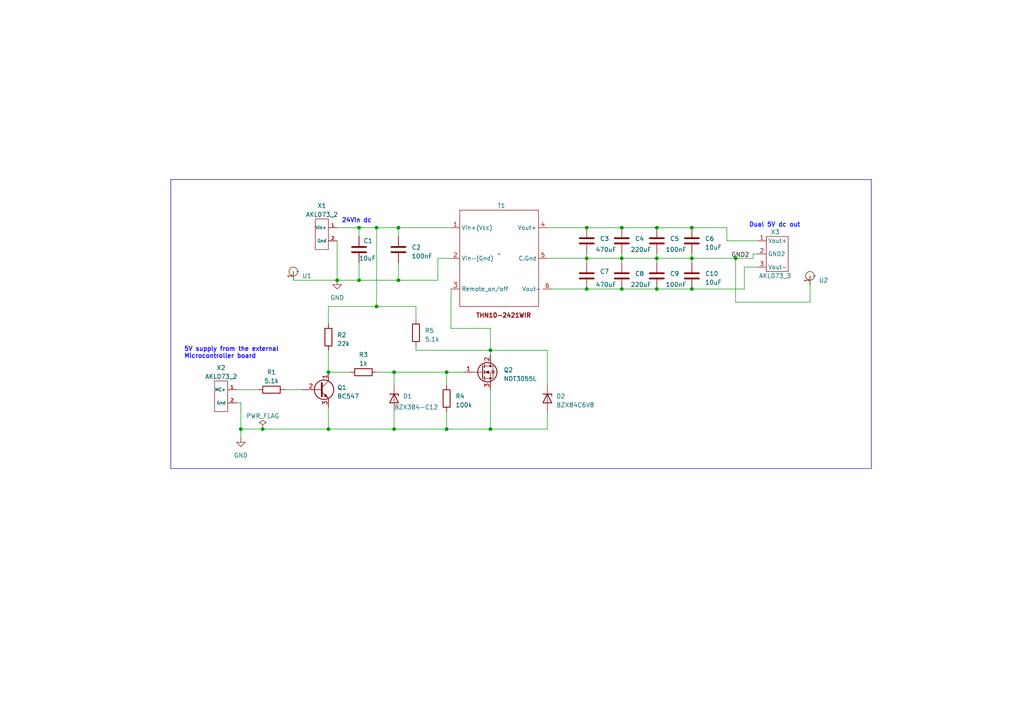
<source format=kicad_sch>
(kicad_sch (version 20230121) (generator eeschema)

  (uuid 34e42b68-cfa3-4dfb-ba12-fabeeae376fb)

  (paper "A4")

  (title_block
    (title "Powersupply 24vdc to dual 5v dc design")
    (date "2024-05-31")
    (comment 1 "Rohithvishal")
    (comment 2 "Andreas Hein-Supervisor")
  )

  (lib_symbols
    (symbol "AKL073_2:AKL073_2" (in_bom yes) (on_board yes)
      (property "Reference" "X1" (at -22.225 -2.54 0)
        (effects (font (size 1.27 1.27)))
      )
      (property "Value" "AKL073_2" (at -21.59 -13.97 0)
        (effects (font (size 1.27 1.27)))
      )
      (property "Footprint" "" (at 0 0 0)
        (effects (font (size 1.27 1.27)) hide)
      )
      (property "Datasheet" "" (at 0 0 0)
        (effects (font (size 1.27 1.27)) hide)
      )
      (symbol "AKL073_2_0_1"
        (rectangle (start -24.13 -3.81) (end -20.32 -12.7)
          (stroke (width 0) (type default))
          (fill (type none))
        )
      )
      (symbol "AKL073_2_1_1"
        (pin passive line (at -17.78 -6.35 180) (length 2.54)
          (name "Vin+" (effects (font (size 0.9 0.9))))
          (number "1" (effects (font (size 0.9 0.9))))
        )
        (pin passive line (at -17.78 -10.16 180) (length 2.54)
          (name "Gnd" (effects (font (size 0.9 0.9))))
          (number "2" (effects (font (size 0.9 0.9))))
        )
      )
    )
    (symbol "AKL073_2_1" (in_bom yes) (on_board yes)
      (property "Reference" "X2" (at -22.225 0 0)
        (effects (font (size 1.27 1.27)))
      )
      (property "Value" "AKL073_2" (at -22.225 -2.54 0)
        (effects (font (size 1.27 1.27)))
      )
      (property "Footprint" "" (at 0 0 0)
        (effects (font (size 1.27 1.27)) hide)
      )
      (property "Datasheet" "" (at 0 0 0)
        (effects (font (size 1.27 1.27)) hide)
      )
      (symbol "AKL073_2_1_0_1"
        (rectangle (start -24.13 -3.81) (end -20.32 -12.7)
          (stroke (width 0) (type default))
          (fill (type none))
        )
      )
      (symbol "AKL073_2_1_1_1"
        (pin passive line (at -17.78 -6.35 180) (length 2.54)
          (name "MC+" (effects (font (size 0.9 0.9))))
          (number "1" (effects (font (size 0.9 0.9))))
        )
        (pin passive line (at -17.78 -10.16 180) (length 2.54)
          (name "Gnd" (effects (font (size 0.9 0.9))))
          (number "2" (effects (font (size 0.9 0.9))))
        )
      )
    )
    (symbol "AKL073_3:AKL073_3" (in_bom yes) (on_board yes)
      (property "Reference" "X3" (at 2.54 6.35 0)
        (effects (font (size 1.27 1.27)) (justify right))
      )
      (property "Value" "AKL073_3" (at 1.27 -6.35 0)
        (effects (font (size 1.27 1.27)))
      )
      (property "Footprint" "" (at 0 0 0)
        (effects (font (size 1.27 1.27)) hide)
      )
      (property "Datasheet" "" (at 0 0 0)
        (effects (font (size 1.27 1.27)) hide)
      )
      (symbol "AKL073_3_0_1"
        (rectangle (start -2.54 5.08) (end 3.81 -5.08)
          (stroke (width 0) (type default))
          (fill (type none))
        )
      )
      (symbol "AKL073_3_1_1"
        (pin passive line (at 6.35 3.81 180) (length 2.54)
          (name "Vout+" (effects (font (size 1.2 1.2))))
          (number "1" (effects (font (size 1.2 1.2))))
        )
        (pin passive line (at 6.35 0 180) (length 2.54)
          (name "GND2" (effects (font (size 1.2 1.2))))
          (number "2" (effects (font (size 1.2 1.2))))
        )
        (pin passive line (at 6.35 -3.81 180) (length 2.54)
          (name "Vout-" (effects (font (size 1.2 1.2))))
          (number "3" (effects (font (size 1.2 1.2))))
        )
      )
    )
    (symbol "Device:C" (pin_numbers hide) (pin_names (offset 0.254)) (in_bom yes) (on_board yes)
      (property "Reference" "C" (at 0.635 2.54 0)
        (effects (font (size 1.27 1.27)) (justify left))
      )
      (property "Value" "C" (at 0.635 -2.54 0)
        (effects (font (size 1.27 1.27)) (justify left))
      )
      (property "Footprint" "" (at 0.9652 -3.81 0)
        (effects (font (size 1.27 1.27)) hide)
      )
      (property "Datasheet" "~" (at 0 0 0)
        (effects (font (size 1.27 1.27)) hide)
      )
      (property "ki_keywords" "cap capacitor" (at 0 0 0)
        (effects (font (size 1.27 1.27)) hide)
      )
      (property "ki_description" "Unpolarized capacitor" (at 0 0 0)
        (effects (font (size 1.27 1.27)) hide)
      )
      (property "ki_fp_filters" "C_*" (at 0 0 0)
        (effects (font (size 1.27 1.27)) hide)
      )
      (symbol "C_0_1"
        (polyline
          (pts
            (xy -2.032 -0.762)
            (xy 2.032 -0.762)
          )
          (stroke (width 0.508) (type default))
          (fill (type none))
        )
        (polyline
          (pts
            (xy -2.032 0.762)
            (xy 2.032 0.762)
          )
          (stroke (width 0.508) (type default))
          (fill (type none))
        )
      )
      (symbol "C_1_1"
        (pin passive line (at 0 3.81 270) (length 2.794)
          (name "~" (effects (font (size 1.27 1.27))))
          (number "1" (effects (font (size 1.27 1.27))))
        )
        (pin passive line (at 0 -3.81 90) (length 2.794)
          (name "~" (effects (font (size 1.27 1.27))))
          (number "2" (effects (font (size 1.27 1.27))))
        )
      )
    )
    (symbol "Device:D_Zener" (pin_numbers hide) (pin_names (offset 1.016) hide) (in_bom yes) (on_board yes)
      (property "Reference" "D" (at 0 2.54 0)
        (effects (font (size 1.27 1.27)))
      )
      (property "Value" "D_Zener" (at 0 -2.54 0)
        (effects (font (size 1.27 1.27)))
      )
      (property "Footprint" "" (at 0 0 0)
        (effects (font (size 1.27 1.27)) hide)
      )
      (property "Datasheet" "~" (at 0 0 0)
        (effects (font (size 1.27 1.27)) hide)
      )
      (property "ki_keywords" "diode" (at 0 0 0)
        (effects (font (size 1.27 1.27)) hide)
      )
      (property "ki_description" "Zener diode" (at 0 0 0)
        (effects (font (size 1.27 1.27)) hide)
      )
      (property "ki_fp_filters" "TO-???* *_Diode_* *SingleDiode* D_*" (at 0 0 0)
        (effects (font (size 1.27 1.27)) hide)
      )
      (symbol "D_Zener_0_1"
        (polyline
          (pts
            (xy 1.27 0)
            (xy -1.27 0)
          )
          (stroke (width 0) (type default))
          (fill (type none))
        )
        (polyline
          (pts
            (xy -1.27 -1.27)
            (xy -1.27 1.27)
            (xy -0.762 1.27)
          )
          (stroke (width 0.254) (type default))
          (fill (type none))
        )
        (polyline
          (pts
            (xy 1.27 -1.27)
            (xy 1.27 1.27)
            (xy -1.27 0)
            (xy 1.27 -1.27)
          )
          (stroke (width 0.254) (type default))
          (fill (type none))
        )
      )
      (symbol "D_Zener_1_1"
        (pin passive line (at -3.81 0 0) (length 2.54)
          (name "K" (effects (font (size 1.27 1.27))))
          (number "1" (effects (font (size 1.27 1.27))))
        )
        (pin passive line (at 3.81 0 180) (length 2.54)
          (name "A" (effects (font (size 1.27 1.27))))
          (number "2" (effects (font (size 1.27 1.27))))
        )
      )
    )
    (symbol "Device:R" (pin_numbers hide) (pin_names (offset 0)) (in_bom yes) (on_board yes)
      (property "Reference" "R" (at 2.032 0 90)
        (effects (font (size 1.27 1.27)))
      )
      (property "Value" "R" (at 0 0 90)
        (effects (font (size 1.27 1.27)))
      )
      (property "Footprint" "" (at -1.778 0 90)
        (effects (font (size 1.27 1.27)) hide)
      )
      (property "Datasheet" "~" (at 0 0 0)
        (effects (font (size 1.27 1.27)) hide)
      )
      (property "ki_keywords" "R res resistor" (at 0 0 0)
        (effects (font (size 1.27 1.27)) hide)
      )
      (property "ki_description" "Resistor" (at 0 0 0)
        (effects (font (size 1.27 1.27)) hide)
      )
      (property "ki_fp_filters" "R_*" (at 0 0 0)
        (effects (font (size 1.27 1.27)) hide)
      )
      (symbol "R_0_1"
        (rectangle (start -1.016 -2.54) (end 1.016 2.54)
          (stroke (width 0.254) (type default))
          (fill (type none))
        )
      )
      (symbol "R_1_1"
        (pin passive line (at 0 3.81 270) (length 1.27)
          (name "~" (effects (font (size 1.27 1.27))))
          (number "1" (effects (font (size 1.27 1.27))))
        )
        (pin passive line (at 0 -3.81 90) (length 1.27)
          (name "~" (effects (font (size 1.27 1.27))))
          (number "2" (effects (font (size 1.27 1.27))))
        )
      )
    )
    (symbol "Traco_THN2421WIR:THN10-2421WIR" (in_bom yes) (on_board yes)
      (property "Reference" "T1" (at 0 13.97 0)
        (effects (font (size 1.27 1.27)))
      )
      (property "Value" "" (at 0 0 0)
        (effects (font (size 1.27 1.27)))
      )
      (property "Footprint" "" (at 0 0 0)
        (effects (font (size 1.27 1.27)) hide)
      )
      (property "Datasheet" "" (at 0 0 0)
        (effects (font (size 1.27 1.27)) hide)
      )
      (symbol "THN10-2421WIR_0_1"
        (rectangle (start -11.43 12.7) (end 11.43 -15.24)
          (stroke (width 0) (type default))
          (fill (type none))
        )
      )
      (symbol "THN10-2421WIR_1_1"
        (text "THN10-2421WIR" (at 1.27 -17.78 0)
          (effects (font (size 1.27 1.27) bold))
        )
        (pin input line (at -13.97 7.62 0) (length 2.54)
          (name "Vin+(Vcc)" (effects (font (size 1.2 1.2))))
          (number "1" (effects (font (size 1.2 1.2))))
        )
        (pin input line (at -13.97 -1.27 0) (length 2.54)
          (name "Vin-(Gnd)" (effects (font (size 1.2 1.2))))
          (number "2" (effects (font (size 1.2 1.2))))
        )
        (pin input line (at -13.97 -10.16 0) (length 2.54)
          (name "Remote_on/off" (effects (font (size 1.2 1.2))))
          (number "3" (effects (font (size 1.5 1.5))))
        )
        (pin power_out line (at 13.97 7.62 180) (length 2.54)
          (name "Vout+" (effects (font (size 1.2 1.2))))
          (number "4" (effects (font (size 1.2 1.2))))
        )
        (pin passive line (at 13.97 -1.27 180) (length 2.54)
          (name "C.Gnd" (effects (font (size 1.2 1.2))))
          (number "5" (effects (font (size 1.2 1.2))))
        )
        (pin power_out line (at 15.24 -10.16 180) (length 2.54)
          (name "Vout-" (effects (font (size 1.2 1.2))))
          (number "6" (effects (font (size 1.2 1.2))))
        )
      )
    )
    (symbol "Transistor_BJT:BC547" (pin_names (offset 0) hide) (in_bom yes) (on_board yes)
      (property "Reference" "Q" (at 5.08 1.905 0)
        (effects (font (size 1.27 1.27)) (justify left))
      )
      (property "Value" "BC547" (at 5.08 0 0)
        (effects (font (size 1.27 1.27)) (justify left))
      )
      (property "Footprint" "Package_TO_SOT_THT:TO-92_Inline" (at 5.08 -1.905 0)
        (effects (font (size 1.27 1.27) italic) (justify left) hide)
      )
      (property "Datasheet" "https://www.onsemi.com/pub/Collateral/BC550-D.pdf" (at 0 0 0)
        (effects (font (size 1.27 1.27)) (justify left) hide)
      )
      (property "ki_keywords" "NPN Transistor" (at 0 0 0)
        (effects (font (size 1.27 1.27)) hide)
      )
      (property "ki_description" "0.1A Ic, 45V Vce, Small Signal NPN Transistor, TO-92" (at 0 0 0)
        (effects (font (size 1.27 1.27)) hide)
      )
      (property "ki_fp_filters" "TO?92*" (at 0 0 0)
        (effects (font (size 1.27 1.27)) hide)
      )
      (symbol "BC547_0_1"
        (polyline
          (pts
            (xy 0 0)
            (xy 0.635 0)
          )
          (stroke (width 0) (type default))
          (fill (type none))
        )
        (polyline
          (pts
            (xy 0.635 0.635)
            (xy 2.54 2.54)
          )
          (stroke (width 0) (type default))
          (fill (type none))
        )
        (polyline
          (pts
            (xy 0.635 -0.635)
            (xy 2.54 -2.54)
            (xy 2.54 -2.54)
          )
          (stroke (width 0) (type default))
          (fill (type none))
        )
        (polyline
          (pts
            (xy 0.635 1.905)
            (xy 0.635 -1.905)
            (xy 0.635 -1.905)
          )
          (stroke (width 0.508) (type default))
          (fill (type none))
        )
        (polyline
          (pts
            (xy 1.27 -1.778)
            (xy 1.778 -1.27)
            (xy 2.286 -2.286)
            (xy 1.27 -1.778)
            (xy 1.27 -1.778)
          )
          (stroke (width 0) (type default))
          (fill (type outline))
        )
        (circle (center 1.27 0) (radius 2.8194)
          (stroke (width 0.254) (type default))
          (fill (type none))
        )
      )
      (symbol "BC547_1_1"
        (pin passive line (at 2.54 5.08 270) (length 2.54)
          (name "C" (effects (font (size 1.27 1.27))))
          (number "1" (effects (font (size 1.27 1.27))))
        )
        (pin input line (at -5.08 0 0) (length 5.08)
          (name "B" (effects (font (size 1.27 1.27))))
          (number "2" (effects (font (size 1.27 1.27))))
        )
        (pin passive line (at 2.54 -5.08 90) (length 2.54)
          (name "E" (effects (font (size 1.27 1.27))))
          (number "3" (effects (font (size 1.27 1.27))))
        )
      )
    )
    (symbol "Transistor_FET:NDT3055L" (pin_names hide) (in_bom yes) (on_board yes)
      (property "Reference" "Q" (at 5.08 1.905 0)
        (effects (font (size 1.27 1.27)) (justify left))
      )
      (property "Value" "NDT3055L" (at 5.08 0 0)
        (effects (font (size 1.27 1.27)) (justify left))
      )
      (property "Footprint" "Package_TO_SOT_SMD:SOT-223-3_TabPin2" (at 5.08 -3.81 0)
        (effects (font (size 1.27 1.27)) (justify left) hide)
      )
      (property "Datasheet" "https://www.onsemi.com/pdf/datasheet/ndt3055l-d.pdf" (at 5.08 5.08 0)
        (effects (font (size 1.27 1.27)) (justify left) hide)
      )
      (property "ki_keywords" "n channel fet" (at 0 0 0)
        (effects (font (size 1.27 1.27)) hide)
      )
      (property "ki_description" "4A Id, 60V Vds, N-Channel Logic Level Enhancement Mode MOSFET, SOT-223" (at 0 0 0)
        (effects (font (size 1.27 1.27)) hide)
      )
      (property "ki_fp_filters" "SOT?223*" (at 0 0 0)
        (effects (font (size 1.27 1.27)) hide)
      )
      (symbol "NDT3055L_0_1"
        (polyline
          (pts
            (xy 0.254 0)
            (xy -2.54 0)
          )
          (stroke (width 0) (type default))
          (fill (type none))
        )
        (polyline
          (pts
            (xy 0.254 1.905)
            (xy 0.254 -1.905)
          )
          (stroke (width 0.254) (type default))
          (fill (type none))
        )
        (polyline
          (pts
            (xy 0.762 -1.27)
            (xy 0.762 -2.286)
          )
          (stroke (width 0.254) (type default))
          (fill (type none))
        )
        (polyline
          (pts
            (xy 0.762 0.508)
            (xy 0.762 -0.508)
          )
          (stroke (width 0.254) (type default))
          (fill (type none))
        )
        (polyline
          (pts
            (xy 0.762 2.286)
            (xy 0.762 1.27)
          )
          (stroke (width 0.254) (type default))
          (fill (type none))
        )
        (polyline
          (pts
            (xy 2.54 2.54)
            (xy 2.54 1.778)
          )
          (stroke (width 0) (type default))
          (fill (type none))
        )
        (polyline
          (pts
            (xy 2.54 -2.54)
            (xy 2.54 0)
            (xy 0.762 0)
          )
          (stroke (width 0) (type default))
          (fill (type none))
        )
        (polyline
          (pts
            (xy 0.762 -1.778)
            (xy 3.302 -1.778)
            (xy 3.302 1.778)
            (xy 0.762 1.778)
          )
          (stroke (width 0) (type default))
          (fill (type none))
        )
        (polyline
          (pts
            (xy 1.016 0)
            (xy 2.032 0.381)
            (xy 2.032 -0.381)
            (xy 1.016 0)
          )
          (stroke (width 0) (type default))
          (fill (type outline))
        )
        (polyline
          (pts
            (xy 2.794 0.508)
            (xy 2.921 0.381)
            (xy 3.683 0.381)
            (xy 3.81 0.254)
          )
          (stroke (width 0) (type default))
          (fill (type none))
        )
        (polyline
          (pts
            (xy 3.302 0.381)
            (xy 2.921 -0.254)
            (xy 3.683 -0.254)
            (xy 3.302 0.381)
          )
          (stroke (width 0) (type default))
          (fill (type none))
        )
        (circle (center 1.651 0) (radius 2.794)
          (stroke (width 0.254) (type default))
          (fill (type none))
        )
        (circle (center 2.54 -1.778) (radius 0.254)
          (stroke (width 0) (type default))
          (fill (type outline))
        )
        (circle (center 2.54 1.778) (radius 0.254)
          (stroke (width 0) (type default))
          (fill (type outline))
        )
      )
      (symbol "NDT3055L_1_1"
        (pin input line (at -5.08 0 0) (length 2.54)
          (name "G" (effects (font (size 1.27 1.27))))
          (number "1" (effects (font (size 1.27 1.27))))
        )
        (pin passive line (at 2.54 5.08 270) (length 2.54)
          (name "D" (effects (font (size 1.27 1.27))))
          (number "2" (effects (font (size 1.27 1.27))))
        )
        (pin passive line (at 2.54 -5.08 90) (length 2.54)
          (name "S" (effects (font (size 1.27 1.27))))
          (number "3" (effects (font (size 1.27 1.27))))
        )
      )
    )
    (symbol "power:GND" (power) (pin_names (offset 0)) (in_bom yes) (on_board yes)
      (property "Reference" "#PWR" (at 0 -6.35 0)
        (effects (font (size 1.27 1.27)) hide)
      )
      (property "Value" "GND" (at 0 -3.81 0)
        (effects (font (size 1.27 1.27)))
      )
      (property "Footprint" "" (at 0 0 0)
        (effects (font (size 1.27 1.27)) hide)
      )
      (property "Datasheet" "" (at 0 0 0)
        (effects (font (size 1.27 1.27)) hide)
      )
      (property "ki_keywords" "global power" (at 0 0 0)
        (effects (font (size 1.27 1.27)) hide)
      )
      (property "ki_description" "Power symbol creates a global label with name \"GND\" , ground" (at 0 0 0)
        (effects (font (size 1.27 1.27)) hide)
      )
      (symbol "GND_0_1"
        (polyline
          (pts
            (xy 0 0)
            (xy 0 -1.27)
            (xy 1.27 -1.27)
            (xy 0 -2.54)
            (xy -1.27 -1.27)
            (xy 0 -1.27)
          )
          (stroke (width 0) (type default))
          (fill (type none))
        )
      )
      (symbol "GND_1_1"
        (pin power_in line (at 0 0 270) (length 0) hide
          (name "GND" (effects (font (size 1.27 1.27))))
          (number "1" (effects (font (size 1.27 1.27))))
        )
      )
    )
    (symbol "power:PWR_FLAG" (power) (pin_numbers hide) (pin_names (offset 0) hide) (in_bom yes) (on_board yes)
      (property "Reference" "#FLG" (at 0 1.905 0)
        (effects (font (size 1.27 1.27)) hide)
      )
      (property "Value" "PWR_FLAG" (at 0 3.81 0)
        (effects (font (size 1.27 1.27)))
      )
      (property "Footprint" "" (at 0 0 0)
        (effects (font (size 1.27 1.27)) hide)
      )
      (property "Datasheet" "~" (at 0 0 0)
        (effects (font (size 1.27 1.27)) hide)
      )
      (property "ki_keywords" "flag power" (at 0 0 0)
        (effects (font (size 1.27 1.27)) hide)
      )
      (property "ki_description" "Special symbol for telling ERC where power comes from" (at 0 0 0)
        (effects (font (size 1.27 1.27)) hide)
      )
      (symbol "PWR_FLAG_0_0"
        (pin power_out line (at 0 0 90) (length 0)
          (name "pwr" (effects (font (size 1.27 1.27))))
          (number "1" (effects (font (size 1.27 1.27))))
        )
      )
      (symbol "PWR_FLAG_0_1"
        (polyline
          (pts
            (xy 0 0)
            (xy 0 1.27)
            (xy -1.016 1.905)
            (xy 0 2.54)
            (xy 1.016 1.905)
            (xy 0 1.27)
          )
          (stroke (width 0) (type default))
          (fill (type none))
        )
      )
    )
    (symbol "soldernail-RTML:soldernail" (in_bom yes) (on_board yes)
      (property "Reference" "U2" (at 3.81 1.27 90)
        (effects (font (size 1.27 1.27)) (justify right))
      )
      (property "Value" "~" (at 0 0 0)
        (effects (font (size 1.27 1.27)))
      )
      (property "Footprint" "soldernail-RTML:Soldernail" (at 0 0 0)
        (effects (font (size 1.27 1.27)) hide)
      )
      (property "Datasheet" "" (at 0 0 0)
        (effects (font (size 1.27 1.27)) hide)
      )
      (symbol "soldernail_0_1"
        (circle (center -1.27 0) (radius 1.27)
          (stroke (width 0) (type default))
          (fill (type none))
        )
      )
      (symbol "soldernail_1_1"
        (pin input line (at -1.27 0 270) (length 2.54)
          (name "" (effects (font (size 1.27 1.27))))
          (number "1" (effects (font (size 1.27 1.27))))
        )
      )
    )
  )

  (junction (at 109.22 88.9) (diameter 0) (color 0 0 0 0)
    (uuid 0225ef6b-23dd-4bb1-97a1-8a2176453c0c)
  )
  (junction (at 109.22 66.04) (diameter 0) (color 0 0 0 0)
    (uuid 0cb1257d-ccc5-486c-9902-d01a76de8e75)
  )
  (junction (at 180.34 74.93) (diameter 0) (color 0 0 0 0)
    (uuid 0d510756-1a15-4c0f-a2b5-671e91d6ecd9)
  )
  (junction (at 142.24 101.6) (diameter 0) (color 0 0 0 0)
    (uuid 33b83dcc-f4fc-40d6-876a-ab25d157892c)
  )
  (junction (at 115.57 81.28) (diameter 0) (color 0 0 0 0)
    (uuid 39cfc089-dc8a-4a3d-b941-826f9ca9efc0)
  )
  (junction (at 190.5 66.04) (diameter 0) (color 0 0 0 0)
    (uuid 3b2f3313-6b7a-452d-9b72-e5bbcc413967)
  )
  (junction (at 104.14 81.28) (diameter 0) (color 0 0 0 0)
    (uuid 441b0533-a87f-4ceb-b158-bff13994b1fa)
  )
  (junction (at 200.66 83.82) (diameter 0) (color 0 0 0 0)
    (uuid 46338548-0ba5-4c44-aa6d-ae676d2fc57a)
  )
  (junction (at 129.54 107.95) (diameter 0) (color 0 0 0 0)
    (uuid 596dbb2a-7e93-4244-b975-59dd3b962b4d)
  )
  (junction (at 95.25 107.95) (diameter 0) (color 0 0 0 0)
    (uuid 5a26ae16-8c3e-44b9-aa32-e2d15b64a172)
  )
  (junction (at 170.18 74.93) (diameter 0) (color 0 0 0 0)
    (uuid 69e56faa-8249-4f27-a8e8-dc28a39f5f8c)
  )
  (junction (at 114.3 124.46) (diameter 0) (color 0 0 0 0)
    (uuid 78baf568-e97d-4bd3-8d40-277e4626c5cd)
  )
  (junction (at 180.34 83.82) (diameter 0) (color 0 0 0 0)
    (uuid 8a7b31bf-e037-4b5b-81f9-0a3bf86b5efd)
  )
  (junction (at 104.14 66.04) (diameter 0) (color 0 0 0 0)
    (uuid 8fc2c492-d91a-4698-b6ed-e19298a6522d)
  )
  (junction (at 213.36 74.93) (diameter 0) (color 0 0 0 0)
    (uuid 944359f1-4eeb-45c6-ae74-07b477655882)
  )
  (junction (at 190.5 83.82) (diameter 0) (color 0 0 0 0)
    (uuid 9b66a8e5-208f-43ab-91e9-cb33a16064dc)
  )
  (junction (at 180.34 66.04) (diameter 0) (color 0 0 0 0)
    (uuid 9e9f3e84-8773-4d11-826f-1f7fe5a721c9)
  )
  (junction (at 114.3 107.95) (diameter 0) (color 0 0 0 0)
    (uuid a98e9c12-69ab-44e5-8fe1-ddeb00841a2f)
  )
  (junction (at 170.18 83.82) (diameter 0) (color 0 0 0 0)
    (uuid b0d80111-eb00-436e-9612-a0a2825155c9)
  )
  (junction (at 95.25 124.46) (diameter 0) (color 0 0 0 0)
    (uuid c1f30117-42d6-424e-81b9-44b2494ef11d)
  )
  (junction (at 200.66 74.93) (diameter 0) (color 0 0 0 0)
    (uuid c4753ba1-6616-412a-830d-4fbd2aeb3c46)
  )
  (junction (at 190.5 74.93) (diameter 0) (color 0 0 0 0)
    (uuid c4b8c072-d148-4ab7-b469-993411bc7bad)
  )
  (junction (at 69.85 124.46) (diameter 0) (color 0 0 0 0)
    (uuid d63508ae-2b3e-4094-9a15-03dfb776bd2b)
  )
  (junction (at 129.54 124.46) (diameter 0) (color 0 0 0 0)
    (uuid dd7415d3-d940-44f9-8b55-de9cef85904e)
  )
  (junction (at 200.66 66.04) (diameter 0) (color 0 0 0 0)
    (uuid df121b8d-ff9b-4e9e-9654-24400195ad28)
  )
  (junction (at 142.24 124.46) (diameter 0) (color 0 0 0 0)
    (uuid e5dacf9a-1c4d-4ca3-9e5d-a3e328df4a36)
  )
  (junction (at 97.79 81.28) (diameter 0) (color 0 0 0 0)
    (uuid e888c820-1731-4625-9dbd-329452aa9d0a)
  )
  (junction (at 170.18 66.04) (diameter 0) (color 0 0 0 0)
    (uuid ec698908-193e-489b-a13d-55ffe54595ba)
  )
  (junction (at 115.57 66.04) (diameter 0) (color 0 0 0 0)
    (uuid f44b9ead-9f91-4bdd-b808-3202b565f73a)
  )
  (junction (at 76.2 124.46) (diameter 0) (color 0 0 0 0)
    (uuid f9cfcd23-8796-4f79-839f-23bd2416fe55)
  )

  (wire (pts (xy 158.75 119.38) (xy 158.75 124.46))
    (stroke (width 0) (type default))
    (uuid 060f490f-58e1-4861-89ed-149a456b445f)
  )
  (polyline (pts (xy 49.53 54.61) (xy 49.53 135.89))
    (stroke (width 0) (type default))
    (uuid 07be4a44-53af-4569-8272-09d4c06e6f19)
  )

  (wire (pts (xy 95.25 101.6) (xy 95.25 107.95))
    (stroke (width 0) (type default))
    (uuid 09b56caa-0eae-40d3-9f05-88187efb0ad1)
  )
  (wire (pts (xy 158.75 101.6) (xy 142.24 101.6))
    (stroke (width 0) (type default))
    (uuid 0afe45ae-dd82-4672-8ab6-73bd47947767)
  )
  (wire (pts (xy 215.9 77.47) (xy 219.71 77.47))
    (stroke (width 0) (type default))
    (uuid 0f076f07-1361-4bc0-bae0-34ec6e22252a)
  )
  (wire (pts (xy 129.54 119.38) (xy 129.54 124.46))
    (stroke (width 0) (type default))
    (uuid 0f3bd6b5-0bbe-4645-8a53-d6595d3cc200)
  )
  (wire (pts (xy 97.79 69.85) (xy 97.79 81.28))
    (stroke (width 0) (type default))
    (uuid 10fa0a2d-9e79-491a-a93b-ccbcd26c71ed)
  )
  (wire (pts (xy 95.25 124.46) (xy 76.2 124.46))
    (stroke (width 0) (type default))
    (uuid 13fa01de-c41e-4bb4-a83d-464aaff1cd81)
  )
  (wire (pts (xy 95.25 118.11) (xy 95.25 124.46))
    (stroke (width 0) (type default))
    (uuid 156ed1f4-945a-4266-9127-6d3a478fba6e)
  )
  (wire (pts (xy 200.66 74.93) (xy 213.36 74.93))
    (stroke (width 0) (type default))
    (uuid 15bcdb6f-2a42-484a-8ab3-754c338b38b7)
  )
  (wire (pts (xy 234.95 80.01) (xy 234.95 87.63))
    (stroke (width 0) (type default))
    (uuid 161425a4-8424-4ad0-8e90-1d34e976b6e7)
  )
  (wire (pts (xy 104.14 66.04) (xy 104.14 68.58))
    (stroke (width 0) (type default))
    (uuid 18c57c94-2b87-4a87-834c-7194d16972dc)
  )
  (polyline (pts (xy 49.53 135.89) (xy 252.73 135.89))
    (stroke (width 0) (type default))
    (uuid 1b2d42d9-8e88-4d28-a4e5-c5cfb05ce976)
  )

  (wire (pts (xy 95.25 93.98) (xy 95.25 88.9))
    (stroke (width 0) (type default))
    (uuid 1d73c156-d9b2-4fc2-9e80-ed0f00cfc8bd)
  )
  (wire (pts (xy 170.18 73.66) (xy 170.18 74.93))
    (stroke (width 0) (type default))
    (uuid 1f0fba6e-8774-49c9-a257-a73ce2a74561)
  )
  (wire (pts (xy 120.65 88.9) (xy 120.65 92.71))
    (stroke (width 0) (type default))
    (uuid 1fb9b24a-ffda-4596-960b-1e0b25d3552a)
  )
  (wire (pts (xy 130.81 83.82) (xy 130.81 95.25))
    (stroke (width 0) (type default))
    (uuid 202c0320-4b04-474f-ac8a-d94905dad717)
  )
  (polyline (pts (xy 252.73 135.89) (xy 252.73 52.07))
    (stroke (width 0) (type default))
    (uuid 24edbfce-a211-41b2-84bb-22985808b089)
  )

  (wire (pts (xy 213.36 74.93) (xy 218.44 74.93))
    (stroke (width 0) (type default))
    (uuid 2d91e382-6679-489f-9f5d-8fa6bfdcfa60)
  )
  (wire (pts (xy 190.5 83.82) (xy 200.66 83.82))
    (stroke (width 0) (type default))
    (uuid 2d9a0b03-b38e-4218-82f6-9bc76e29b7f6)
  )
  (wire (pts (xy 97.79 66.04) (xy 104.14 66.04))
    (stroke (width 0) (type default))
    (uuid 32a658e5-6c87-4e67-9a17-157e432f0654)
  )
  (wire (pts (xy 158.75 111.76) (xy 158.75 101.6))
    (stroke (width 0) (type default))
    (uuid 383ee494-e258-4c38-b0e4-8e13c39a57e9)
  )
  (wire (pts (xy 129.54 107.95) (xy 114.3 107.95))
    (stroke (width 0) (type default))
    (uuid 38c35ca3-82cb-4e7f-accb-95b9c2d5f963)
  )
  (wire (pts (xy 200.66 83.82) (xy 215.9 83.82))
    (stroke (width 0) (type default))
    (uuid 39821526-7303-4bb3-bf40-9269259ef559)
  )
  (wire (pts (xy 218.44 73.66) (xy 219.71 73.66))
    (stroke (width 0) (type default))
    (uuid 426f4a89-c878-468b-80ab-9bd971591878)
  )
  (wire (pts (xy 129.54 107.95) (xy 134.62 107.95))
    (stroke (width 0) (type default))
    (uuid 46584668-41fd-4343-a66a-8f63d2ec3170)
  )
  (wire (pts (xy 120.65 101.6) (xy 142.24 101.6))
    (stroke (width 0) (type default))
    (uuid 4abb2bbf-3d48-4c48-a769-c2302b02a42b)
  )
  (wire (pts (xy 170.18 74.93) (xy 180.34 74.93))
    (stroke (width 0) (type default))
    (uuid 4ef3dfcf-06f7-44dd-abde-eaeecb22527f)
  )
  (wire (pts (xy 180.34 83.82) (xy 190.5 83.82))
    (stroke (width 0) (type default))
    (uuid 53b7ae36-c254-4d93-a658-1c69189d2ff6)
  )
  (wire (pts (xy 190.5 74.93) (xy 200.66 74.93))
    (stroke (width 0) (type default))
    (uuid 53fc5266-db4a-47d6-977c-4726d6c86420)
  )
  (wire (pts (xy 68.58 113.03) (xy 74.93 113.03))
    (stroke (width 0) (type default))
    (uuid 5aa0f58e-609f-4e80-b761-05782d9660a4)
  )
  (wire (pts (xy 115.57 81.28) (xy 104.14 81.28))
    (stroke (width 0) (type default))
    (uuid 5acff787-b150-4299-80a9-45ae8c631ad4)
  )
  (wire (pts (xy 95.25 88.9) (xy 109.22 88.9))
    (stroke (width 0) (type default))
    (uuid 5b8c760b-71ff-42e0-82e7-be0b0c325da8)
  )
  (wire (pts (xy 120.65 100.33) (xy 120.65 101.6))
    (stroke (width 0) (type default))
    (uuid 5ddbe476-0bb8-409c-a7fe-c20f1da552ba)
  )
  (wire (pts (xy 142.24 124.46) (xy 129.54 124.46))
    (stroke (width 0) (type default))
    (uuid 6396dc4a-45e4-4fda-9912-a0c3b3d6f669)
  )
  (wire (pts (xy 104.14 76.2) (xy 104.14 81.28))
    (stroke (width 0) (type default))
    (uuid 64d53c28-a662-4feb-9d6f-213c95a5358c)
  )
  (wire (pts (xy 170.18 74.93) (xy 170.18 76.2))
    (stroke (width 0) (type default))
    (uuid 686ec4be-41b4-486f-91b9-02ec8d5a269b)
  )
  (wire (pts (xy 190.5 74.93) (xy 190.5 76.2))
    (stroke (width 0) (type default))
    (uuid 6dfb5050-fdbf-4ec8-bc9f-cab16dfcc1cf)
  )
  (wire (pts (xy 180.34 73.66) (xy 180.34 74.93))
    (stroke (width 0) (type default))
    (uuid 74a6834d-96eb-4dbf-a58a-15d279a7bff0)
  )
  (wire (pts (xy 104.14 66.04) (xy 109.22 66.04))
    (stroke (width 0) (type default))
    (uuid 76964106-3b51-4e0e-8797-a47858b001f0)
  )
  (wire (pts (xy 158.75 74.93) (xy 170.18 74.93))
    (stroke (width 0) (type default))
    (uuid 780d0aeb-57b6-4540-9c02-fd118e9457eb)
  )
  (wire (pts (xy 115.57 66.04) (xy 115.57 68.58))
    (stroke (width 0) (type default))
    (uuid 7835ffd8-fbd7-450e-97a0-7df2d063beba)
  )
  (wire (pts (xy 180.34 66.04) (xy 190.5 66.04))
    (stroke (width 0) (type default))
    (uuid 787041bd-3315-4499-b24c-ead56bbbf476)
  )
  (wire (pts (xy 215.9 83.82) (xy 215.9 77.47))
    (stroke (width 0) (type default))
    (uuid 7986783c-d111-4207-887c-495251429ab2)
  )
  (polyline (pts (xy 252.73 52.07) (xy 49.53 52.07))
    (stroke (width 0) (type default))
    (uuid 7e1cc5cd-d0e5-48d3-8280-50a0ab226b37)
  )

  (wire (pts (xy 180.34 74.93) (xy 180.34 76.2))
    (stroke (width 0) (type default))
    (uuid 7f616f11-e266-437f-b745-e107de93b76e)
  )
  (wire (pts (xy 130.81 95.25) (xy 142.24 95.25))
    (stroke (width 0) (type default))
    (uuid 8071ea1f-51a0-4c92-9275-1988ec12b44e)
  )
  (wire (pts (xy 85.09 81.28) (xy 97.79 81.28))
    (stroke (width 0) (type default))
    (uuid 83322e9c-617c-4615-ae6d-1188d13e8ba8)
  )
  (wire (pts (xy 234.95 87.63) (xy 213.36 87.63))
    (stroke (width 0) (type default))
    (uuid 889f72ac-4d71-4b27-9ef1-c350e2684dab)
  )
  (wire (pts (xy 115.57 76.2) (xy 115.57 81.28))
    (stroke (width 0) (type default))
    (uuid 8b80c149-f158-48ec-8f04-6f7265882830)
  )
  (wire (pts (xy 109.22 66.04) (xy 115.57 66.04))
    (stroke (width 0) (type default))
    (uuid 8f6fef72-5197-41ce-9350-6bd873a1d608)
  )
  (wire (pts (xy 170.18 66.04) (xy 180.34 66.04))
    (stroke (width 0) (type default))
    (uuid 8fe4abef-9ff5-46af-bbb4-9b58f852a5bb)
  )
  (wire (pts (xy 115.57 66.04) (xy 130.81 66.04))
    (stroke (width 0) (type default))
    (uuid 9f07d55e-6b4d-4cf4-b5ea-4520ca1c0626)
  )
  (wire (pts (xy 82.55 113.03) (xy 87.63 113.03))
    (stroke (width 0) (type default))
    (uuid 9fabb228-eb33-4eb7-a65f-41bbef07d49a)
  )
  (wire (pts (xy 219.71 69.85) (xy 210.82 69.85))
    (stroke (width 0) (type default))
    (uuid a0a91508-df87-49eb-8fde-37fb1436d0d6)
  )
  (wire (pts (xy 95.25 107.95) (xy 101.6 107.95))
    (stroke (width 0) (type default))
    (uuid a3e91f28-8e91-4b70-8163-a7893b868bf1)
  )
  (wire (pts (xy 127 74.93) (xy 127 81.28))
    (stroke (width 0) (type default))
    (uuid a439fac8-7c8d-4c68-b144-ef463d0c662b)
  )
  (wire (pts (xy 190.5 66.04) (xy 200.66 66.04))
    (stroke (width 0) (type default))
    (uuid a6b15e89-4289-4c72-adf7-aa10e76372cb)
  )
  (wire (pts (xy 129.54 124.46) (xy 114.3 124.46))
    (stroke (width 0) (type default))
    (uuid a97aa8a0-7a92-4ccb-9c1c-456c6707f6ae)
  )
  (wire (pts (xy 160.02 83.82) (xy 170.18 83.82))
    (stroke (width 0) (type default))
    (uuid ad0af649-5998-4131-8d32-db2d3146eaf1)
  )
  (wire (pts (xy 170.18 83.82) (xy 180.34 83.82))
    (stroke (width 0) (type default))
    (uuid af74d553-7b38-4155-a810-f787256f58d6)
  )
  (wire (pts (xy 104.14 81.28) (xy 97.79 81.28))
    (stroke (width 0) (type default))
    (uuid b4932491-4da8-47eb-9567-a9ba272c1b73)
  )
  (wire (pts (xy 200.66 74.93) (xy 200.66 76.2))
    (stroke (width 0) (type default))
    (uuid bb36fd8a-6243-4ade-8364-c617fe0e9a29)
  )
  (wire (pts (xy 114.3 107.95) (xy 114.3 111.76))
    (stroke (width 0) (type default))
    (uuid bbcd34b7-939d-46bd-83f8-22b785924bf7)
  )
  (wire (pts (xy 218.44 74.93) (xy 218.44 73.66))
    (stroke (width 0) (type default))
    (uuid c05c0ce4-4a18-4646-9d93-7d61307a9a63)
  )
  (wire (pts (xy 180.34 74.93) (xy 190.5 74.93))
    (stroke (width 0) (type default))
    (uuid c1822b88-74d3-409c-a725-941e98648c94)
  )
  (wire (pts (xy 114.3 124.46) (xy 95.25 124.46))
    (stroke (width 0) (type default))
    (uuid c314eda1-b790-4087-938a-a14907e7b0c3)
  )
  (polyline (pts (xy 49.53 52.07) (xy 49.53 54.61))
    (stroke (width 0) (type default))
    (uuid c8f70542-adc3-48a3-8d28-f1a4ecc8497e)
  )

  (wire (pts (xy 85.09 78.74) (xy 85.09 81.28))
    (stroke (width 0) (type default))
    (uuid ca5780f3-645e-4b4d-bae1-95fe533410d1)
  )
  (wire (pts (xy 210.82 66.04) (xy 200.66 66.04))
    (stroke (width 0) (type default))
    (uuid caa841be-e36a-4e56-a6d6-84b4680bb3a1)
  )
  (wire (pts (xy 69.85 124.46) (xy 69.85 127))
    (stroke (width 0) (type default))
    (uuid cc19af64-0850-4a1a-a1b9-7d0fd6902b06)
  )
  (wire (pts (xy 142.24 95.25) (xy 142.24 101.6))
    (stroke (width 0) (type default))
    (uuid cf8258dd-b508-484b-ad43-6a6e4b79a32a)
  )
  (wire (pts (xy 210.82 69.85) (xy 210.82 66.04))
    (stroke (width 0) (type default))
    (uuid d2a005c4-282e-494c-8256-05863aea067a)
  )
  (wire (pts (xy 213.36 87.63) (xy 213.36 74.93))
    (stroke (width 0) (type default))
    (uuid d332d67d-05c8-4ed3-9c44-ea1f2b23756b)
  )
  (wire (pts (xy 142.24 101.6) (xy 142.24 102.87))
    (stroke (width 0) (type default))
    (uuid d7b5fcfb-ce5c-4830-8096-54e1cb08301d)
  )
  (wire (pts (xy 142.24 113.03) (xy 142.24 124.46))
    (stroke (width 0) (type default))
    (uuid d8970353-fe32-48e0-b002-9fee43b7e4ce)
  )
  (wire (pts (xy 130.81 74.93) (xy 127 74.93))
    (stroke (width 0) (type default))
    (uuid da1570bd-d918-4410-a589-5325aa21efd4)
  )
  (wire (pts (xy 158.75 66.04) (xy 170.18 66.04))
    (stroke (width 0) (type default))
    (uuid db18db86-352a-4f82-ba0a-e651a8484fc0)
  )
  (wire (pts (xy 109.22 107.95) (xy 114.3 107.95))
    (stroke (width 0) (type default))
    (uuid dcecfb7e-69d5-4fb4-8eb2-4e2592335591)
  )
  (wire (pts (xy 114.3 119.38) (xy 114.3 124.46))
    (stroke (width 0) (type default))
    (uuid de9490d0-311f-4f9d-ac44-6e4dca4a3bfe)
  )
  (wire (pts (xy 76.2 124.46) (xy 69.85 124.46))
    (stroke (width 0) (type default))
    (uuid e05b266f-5024-4e1a-9534-3e87d624be02)
  )
  (wire (pts (xy 68.58 116.84) (xy 69.85 116.84))
    (stroke (width 0) (type default))
    (uuid e0ff827e-ae5a-4cf0-9244-94838b851777)
  )
  (wire (pts (xy 109.22 66.04) (xy 109.22 88.9))
    (stroke (width 0) (type default))
    (uuid e1bc2174-1f11-4506-add6-60e4e4c67dfc)
  )
  (wire (pts (xy 109.22 88.9) (xy 120.65 88.9))
    (stroke (width 0) (type default))
    (uuid e3274eba-742a-4759-bee3-3abc43b8df8b)
  )
  (wire (pts (xy 129.54 111.76) (xy 129.54 107.95))
    (stroke (width 0) (type default))
    (uuid e3888375-713d-4a68-a864-d8a00dad9e12)
  )
  (wire (pts (xy 200.66 73.66) (xy 200.66 74.93))
    (stroke (width 0) (type default))
    (uuid e9c8aa03-e269-4ea8-9356-9246099d8022)
  )
  (wire (pts (xy 69.85 116.84) (xy 69.85 124.46))
    (stroke (width 0) (type default))
    (uuid ee26a044-2fad-4388-b1ef-5e12b2740a93)
  )
  (wire (pts (xy 158.75 124.46) (xy 142.24 124.46))
    (stroke (width 0) (type default))
    (uuid efb4552e-664a-47cf-bbfe-1e92966aad44)
  )
  (wire (pts (xy 127 81.28) (xy 115.57 81.28))
    (stroke (width 0) (type default))
    (uuid f4e092f2-edb2-4234-b871-82b04b39a2bb)
  )
  (wire (pts (xy 190.5 73.66) (xy 190.5 74.93))
    (stroke (width 0) (type default))
    (uuid f5a837bc-bd2d-47ee-a5b4-cded34e44902)
  )

  (text "5V supply from the external\nMicrocontroller board" (at 53.34 104.14 0)
    (effects (font (size 1.27 1.27) bold (color 35 24 255 1)) (justify left bottom))
    (uuid 1195a3da-21fd-480d-8ffe-119a93622d64)
  )
  (text "Dual 5V dc out" (at 217.17 66.04 0)
    (effects (font (size 1.27 1.27) bold (color 29 41 255 1)) (justify left bottom))
    (uuid 3490aebc-536b-4a2a-b20c-7322cfaa069a)
  )
  (text "24Vin dc" (at 99.06 64.77 0)
    (effects (font (size 1.27 1.27) (thickness 0.254) bold (color 32 23 255 1)) (justify left bottom))
    (uuid 4659ae0f-54cb-4099-9df8-227a14ac0ee0)
  )

  (label "GND2" (at 212.09 74.93 0) (fields_autoplaced)
    (effects (font (size 1.27 1.27)) (justify left bottom))
    (uuid 3ddd58a8-fe4a-48fb-aeae-fb10c2073c44)
  )

  (symbol (lib_id "AKL073_2:AKL073_2") (at 115.57 59.69 0) (unit 1)
    (in_bom yes) (on_board yes) (dnp no) (fields_autoplaced)
    (uuid 039886d6-bcf0-4c35-9dc5-0d292d7050c7)
    (property "Reference" "X1" (at 93.345 59.69 0)
      (effects (font (size 1.27 1.27)))
    )
    (property "Value" "AKL073_2" (at 93.345 62.23 0)
      (effects (font (size 1.27 1.27)))
    )
    (property "Footprint" "AKL073:AKL073_2" (at 115.57 59.69 0)
      (effects (font (size 1.27 1.27)) hide)
    )
    (property "Datasheet" "" (at 115.57 59.69 0)
      (effects (font (size 1.27 1.27)) hide)
    )
    (pin "1" (uuid 8e033a15-fa61-4248-96e5-baad90603835))
    (pin "2" (uuid a68c526c-7244-4a75-8433-5fc59dd6bfed))
    (instances
      (project "Powersupply_24vdc to dual 5vdc"
        (path "/34e42b68-cfa3-4dfb-ba12-fabeeae376fb"
          (reference "X1") (unit 1)
        )
      )
    )
  )

  (symbol (lib_id "Device:R") (at 78.74 113.03 90) (unit 1)
    (in_bom yes) (on_board yes) (dnp no) (fields_autoplaced)
    (uuid 046474e1-ee8a-473d-9687-8291a4a6084a)
    (property "Reference" "R1" (at 78.74 107.95 90)
      (effects (font (size 1.27 1.27)))
    )
    (property "Value" "5.1k" (at 78.74 110.49 90)
      (effects (font (size 1.27 1.27)))
    )
    (property "Footprint" "Resistor_SMD:R_0603_1608Metric_Pad0.98x0.95mm_HandSolder" (at 78.74 114.808 90)
      (effects (font (size 1.27 1.27)) hide)
    )
    (property "Datasheet" "~" (at 78.74 113.03 0)
      (effects (font (size 1.27 1.27)) hide)
    )
    (pin "1" (uuid c780f60b-1e63-4e80-883a-12f7d04c2511))
    (pin "2" (uuid bd333854-45f7-43d7-87c5-e0b084f96950))
    (instances
      (project "Powersupply_24vdc to dual 5vdc"
        (path "/34e42b68-cfa3-4dfb-ba12-fabeeae376fb"
          (reference "R1") (unit 1)
        )
      )
    )
  )

  (symbol (lib_id "Device:C") (at 104.14 72.39 0) (unit 1)
    (in_bom yes) (on_board yes) (dnp no)
    (uuid 0fd8510a-c4bc-46e3-b896-025a41fcc414)
    (property "Reference" "C1" (at 105.41 69.85 0)
      (effects (font (size 1.27 1.27)) (justify left))
    )
    (property "Value" "10uF" (at 104.14 74.93 0)
      (effects (font (size 1.27 1.27)) (justify left))
    )
    (property "Footprint" "Capacitor_SMD:C_1210_3225Metric_Pad1.33x2.70mm_HandSolder" (at 105.1052 76.2 0)
      (effects (font (size 1.27 1.27)) hide)
    )
    (property "Datasheet" "~" (at 104.14 72.39 0)
      (effects (font (size 1.27 1.27)) hide)
    )
    (pin "1" (uuid 4af05f34-140b-4413-943a-6958460cc4f2))
    (pin "2" (uuid 780cda95-d721-43cf-a356-ec566591f796))
    (instances
      (project "Powersupply_24vdc to dual 5vdc"
        (path "/34e42b68-cfa3-4dfb-ba12-fabeeae376fb"
          (reference "C1") (unit 1)
        )
      )
    )
  )

  (symbol (lib_id "power:GND") (at 69.85 127 0) (unit 1)
    (in_bom yes) (on_board yes) (dnp no) (fields_autoplaced)
    (uuid 1f169995-b340-46a0-adc5-66a029d5c399)
    (property "Reference" "#PWR02" (at 69.85 133.35 0)
      (effects (font (size 1.27 1.27)) hide)
    )
    (property "Value" "GND" (at 69.85 132.08 0)
      (effects (font (size 1.27 1.27)))
    )
    (property "Footprint" "" (at 69.85 127 0)
      (effects (font (size 1.27 1.27)) hide)
    )
    (property "Datasheet" "" (at 69.85 127 0)
      (effects (font (size 1.27 1.27)) hide)
    )
    (pin "1" (uuid ef097f35-9c5e-4f11-b575-f0863c490e18))
    (instances
      (project "Powersupply_24vdc to dual 5vdc"
        (path "/34e42b68-cfa3-4dfb-ba12-fabeeae376fb"
          (reference "#PWR02") (unit 1)
        )
      )
    )
  )

  (symbol (lib_id "AKL073_3:AKL073_3") (at 226.06 73.66 0) (mirror y) (unit 1)
    (in_bom yes) (on_board yes) (dnp no)
    (uuid 249965bc-5774-472d-a9b1-4f043ddbeaa4)
    (property "Reference" "X3" (at 223.52 67.31 0)
      (effects (font (size 1.27 1.27)) (justify right))
    )
    (property "Value" "AKL073_3" (at 224.79 80.01 0)
      (effects (font (size 1.27 1.27)))
    )
    (property "Footprint" "AKL073_3:AKL073_3" (at 226.06 73.66 0)
      (effects (font (size 1.27 1.27)) hide)
    )
    (property "Datasheet" "" (at 226.06 73.66 0)
      (effects (font (size 1.27 1.27)) hide)
    )
    (pin "1" (uuid 76b5713a-7b8c-4e25-b695-e7fe3fbc51d5))
    (pin "2" (uuid f52e35e1-de6b-4b3b-9e98-418f98e45b30))
    (pin "3" (uuid e4e299e9-6348-4a12-81f9-40d320fad85a))
    (instances
      (project "Powersupply_24vdc to dual 5vdc"
        (path "/34e42b68-cfa3-4dfb-ba12-fabeeae376fb"
          (reference "X3") (unit 1)
        )
      )
    )
  )

  (symbol (lib_id "Device:D_Zener") (at 158.75 115.57 270) (unit 1)
    (in_bom yes) (on_board yes) (dnp no) (fields_autoplaced)
    (uuid 2edd701d-2cfb-4590-a345-905eb4569d07)
    (property "Reference" "D2" (at 161.29 114.935 90)
      (effects (font (size 1.27 1.27)) (justify left))
    )
    (property "Value" "BZX84C6V8" (at 161.29 117.475 90)
      (effects (font (size 1.27 1.27)) (justify left))
    )
    (property "Footprint" "BZX84C6V8:BZY84C6V8" (at 158.75 115.57 0)
      (effects (font (size 1.27 1.27)) hide)
    )
    (property "Datasheet" "~" (at 158.75 115.57 0)
      (effects (font (size 1.27 1.27)) hide)
    )
    (pin "1" (uuid ddf12d0a-d7a8-4350-bfa4-ca9ccfe22ae3))
    (pin "2" (uuid 939e516c-bb7a-4797-b77c-e897cbe8cb3e))
    (instances
      (project "Powersupply_24vdc to dual 5vdc"
        (path "/34e42b68-cfa3-4dfb-ba12-fabeeae376fb"
          (reference "D2") (unit 1)
        )
      )
    )
  )

  (symbol (lib_id "soldernail-RTML:soldernail") (at 86.36 78.74 0) (unit 1)
    (in_bom yes) (on_board yes) (dnp no) (fields_autoplaced)
    (uuid 33537841-6ff8-4f92-a35a-8cf46d7b4d32)
    (property "Reference" "U1" (at 87.63 80.01 0)
      (effects (font (size 1.27 1.27)) (justify left))
    )
    (property "Value" "~" (at 86.36 78.74 0)
      (effects (font (size 1.27 1.27)))
    )
    (property "Footprint" "soldernail-RTML:Soldernail" (at 86.36 78.74 0)
      (effects (font (size 1.27 1.27)) hide)
    )
    (property "Datasheet" "" (at 86.36 78.74 0)
      (effects (font (size 1.27 1.27)) hide)
    )
    (pin "1" (uuid e1474f3f-51d7-40e6-83d6-76d3823edfbe))
    (instances
      (project "Powersupply_24vdc to dual 5vdc"
        (path "/34e42b68-cfa3-4dfb-ba12-fabeeae376fb"
          (reference "U1") (unit 1)
        )
      )
    )
  )

  (symbol (lib_id "Device:C") (at 180.34 80.01 0) (unit 1)
    (in_bom yes) (on_board yes) (dnp no)
    (uuid 4259969a-3251-4f7a-8775-0b7b3c4555b8)
    (property "Reference" "C8" (at 184.15 79.375 0)
      (effects (font (size 1.27 1.27)) (justify left))
    )
    (property "Value" "220uF" (at 182.88 82.55 0)
      (effects (font (size 1.27 1.27)) (justify left))
    )
    (property "Footprint" "220uF:220uF" (at 181.3052 83.82 0)
      (effects (font (size 1.27 1.27)) hide)
    )
    (property "Datasheet" "~" (at 180.34 80.01 0)
      (effects (font (size 1.27 1.27)) hide)
    )
    (pin "1" (uuid 3cff22ad-509a-402e-955c-6d7ae976a007))
    (pin "2" (uuid bfd293a6-aaee-43bc-af97-05a436ff53ec))
    (instances
      (project "Powersupply_24vdc to dual 5vdc"
        (path "/34e42b68-cfa3-4dfb-ba12-fabeeae376fb"
          (reference "C8") (unit 1)
        )
      )
    )
  )

  (symbol (lib_id "Device:C") (at 170.18 69.85 0) (unit 1)
    (in_bom yes) (on_board yes) (dnp no)
    (uuid 4657f578-4f58-4a16-99dd-5a6fba2a630d)
    (property "Reference" "C3" (at 173.99 69.215 0)
      (effects (font (size 1.27 1.27)) (justify left))
    )
    (property "Value" "470uF" (at 172.72 72.39 0)
      (effects (font (size 1.27 1.27)) (justify left))
    )
    (property "Footprint" "470uF:470uf" (at 171.1452 73.66 0)
      (effects (font (size 1.27 1.27)) hide)
    )
    (property "Datasheet" "~" (at 170.18 69.85 0)
      (effects (font (size 1.27 1.27)) hide)
    )
    (pin "1" (uuid d6e11d5b-cc33-4d6c-9671-6ef6e1882e6a))
    (pin "2" (uuid 75f4b967-faff-47e5-a54b-24494f222f5d))
    (instances
      (project "Powersupply_24vdc to dual 5vdc"
        (path "/34e42b68-cfa3-4dfb-ba12-fabeeae376fb"
          (reference "C3") (unit 1)
        )
      )
    )
  )

  (symbol (lib_id "Transistor_FET:NDT3055L") (at 139.7 107.95 0) (unit 1)
    (in_bom yes) (on_board yes) (dnp no) (fields_autoplaced)
    (uuid 5a7e0a75-ef66-4fb9-8bbf-bb13182cc915)
    (property "Reference" "Q2" (at 146.05 107.315 0)
      (effects (font (size 1.27 1.27)) (justify left))
    )
    (property "Value" "NDT3055L" (at 146.05 109.855 0)
      (effects (font (size 1.27 1.27)) (justify left))
    )
    (property "Footprint" "Package_TO_SOT_SMD:SOT-223-3_TabPin2" (at 144.78 111.76 0)
      (effects (font (size 1.27 1.27)) (justify left) hide)
    )
    (property "Datasheet" "https://www.onsemi.com/pdf/datasheet/ndt3055l-d.pdf" (at 144.78 102.87 0)
      (effects (font (size 1.27 1.27)) (justify left) hide)
    )
    (pin "1" (uuid 9b4a027f-75a9-48c8-bb58-6460bee3d9cd))
    (pin "2" (uuid 33c67e0f-b68a-42e5-8b29-864e5ba7a68f))
    (pin "3" (uuid fa9f8523-38e1-4431-95aa-6631558cfa69))
    (instances
      (project "Powersupply_24vdc to dual 5vdc"
        (path "/34e42b68-cfa3-4dfb-ba12-fabeeae376fb"
          (reference "Q2") (unit 1)
        )
      )
    )
  )

  (symbol (lib_id "Device:C") (at 170.18 80.01 0) (unit 1)
    (in_bom yes) (on_board yes) (dnp no)
    (uuid 60417526-2f46-4351-879d-88c3bbfa32c8)
    (property "Reference" "C7" (at 173.99 78.74 0)
      (effects (font (size 1.27 1.27)) (justify left))
    )
    (property "Value" "470uF" (at 172.72 82.55 0)
      (effects (font (size 1.27 1.27)) (justify left))
    )
    (property "Footprint" "470uF:470uf" (at 171.1452 83.82 0)
      (effects (font (size 1.27 1.27)) hide)
    )
    (property "Datasheet" "~" (at 170.18 80.01 0)
      (effects (font (size 1.27 1.27)) hide)
    )
    (pin "1" (uuid e3a245e4-88ad-4a1c-9322-7754b02d9a10))
    (pin "2" (uuid d1b0f05f-d6b4-4347-9b72-9ea6bb076295))
    (instances
      (project "Powersupply_24vdc to dual 5vdc"
        (path "/34e42b68-cfa3-4dfb-ba12-fabeeae376fb"
          (reference "C7") (unit 1)
        )
      )
    )
  )

  (symbol (lib_id "soldernail-RTML:soldernail") (at 236.22 80.01 0) (unit 1)
    (in_bom yes) (on_board yes) (dnp no) (fields_autoplaced)
    (uuid 60681398-6f38-494e-b50a-24001f48c1c9)
    (property "Reference" "U2" (at 237.49 81.28 0)
      (effects (font (size 1.27 1.27)) (justify left))
    )
    (property "Value" "~" (at 236.22 80.01 0)
      (effects (font (size 1.27 1.27)))
    )
    (property "Footprint" "soldernail-RTML:Soldernail" (at 236.22 80.01 0)
      (effects (font (size 1.27 1.27)) hide)
    )
    (property "Datasheet" "" (at 236.22 80.01 0)
      (effects (font (size 1.27 1.27)) hide)
    )
    (pin "1" (uuid ca0682a1-4eed-4430-a62b-99c7245776e9))
    (instances
      (project "Powersupply_24vdc to dual 5vdc"
        (path "/34e42b68-cfa3-4dfb-ba12-fabeeae376fb"
          (reference "U2") (unit 1)
        )
      )
    )
  )

  (symbol (lib_id "Device:C") (at 190.5 69.85 0) (unit 1)
    (in_bom yes) (on_board yes) (dnp no)
    (uuid 8220c1c7-db66-4b51-a641-c48b2b0e179f)
    (property "Reference" "C5" (at 194.31 69.215 0)
      (effects (font (size 1.27 1.27)) (justify left))
    )
    (property "Value" "100nF" (at 193.04 72.39 0)
      (effects (font (size 1.27 1.27)) (justify left))
    )
    (property "Footprint" "Capacitor_SMD:C_0603_1608Metric_Pad1.08x0.95mm_HandSolder" (at 191.4652 73.66 0)
      (effects (font (size 1.27 1.27)) hide)
    )
    (property "Datasheet" "~" (at 190.5 69.85 0)
      (effects (font (size 1.27 1.27)) hide)
    )
    (pin "1" (uuid 4bc92bb3-3558-4527-8177-0c09aa14b77a))
    (pin "2" (uuid 3ee5ed36-756f-48a0-b030-322e2640c324))
    (instances
      (project "Powersupply_24vdc to dual 5vdc"
        (path "/34e42b68-cfa3-4dfb-ba12-fabeeae376fb"
          (reference "C5") (unit 1)
        )
      )
    )
  )

  (symbol (lib_id "power:GND") (at 97.79 81.28 0) (unit 1)
    (in_bom yes) (on_board yes) (dnp no) (fields_autoplaced)
    (uuid 837d6209-e152-4cac-8aea-a3665374dc03)
    (property "Reference" "#PWR01" (at 97.79 87.63 0)
      (effects (font (size 1.27 1.27)) hide)
    )
    (property "Value" "GND" (at 97.79 86.36 0)
      (effects (font (size 1.27 1.27)))
    )
    (property "Footprint" "" (at 97.79 81.28 0)
      (effects (font (size 1.27 1.27)) hide)
    )
    (property "Datasheet" "" (at 97.79 81.28 0)
      (effects (font (size 1.27 1.27)) hide)
    )
    (pin "1" (uuid c82da68a-c4f0-47cf-b447-9362257a71e0))
    (instances
      (project "Powersupply_24vdc to dual 5vdc"
        (path "/34e42b68-cfa3-4dfb-ba12-fabeeae376fb"
          (reference "#PWR01") (unit 1)
        )
      )
    )
  )

  (symbol (lib_id "Transistor_BJT:BC547") (at 92.71 113.03 0) (unit 1)
    (in_bom yes) (on_board yes) (dnp no) (fields_autoplaced)
    (uuid 8a0216c8-268b-4e21-b5b5-e5ded188e2e7)
    (property "Reference" "Q1" (at 97.79 112.395 0)
      (effects (font (size 1.27 1.27)) (justify left))
    )
    (property "Value" "BC547" (at 97.79 114.935 0)
      (effects (font (size 1.27 1.27)) (justify left))
    )
    (property "Footprint" "Package_TO_SOT_THT:TO-92_Inline" (at 97.79 114.935 0)
      (effects (font (size 1.27 1.27) italic) (justify left) hide)
    )
    (property "Datasheet" "https://www.onsemi.com/pub/Collateral/BC550-D.pdf" (at 92.71 113.03 0)
      (effects (font (size 1.27 1.27)) (justify left) hide)
    )
    (pin "1" (uuid 78070ca5-db32-4f79-a415-37b8ef9cf47a))
    (pin "2" (uuid 2a3afc63-687e-486f-96ec-9b5e5f0f50bc))
    (pin "3" (uuid 65acdb7f-8170-4788-b4f4-d8c25f643d0e))
    (instances
      (project "Powersupply_24vdc to dual 5vdc"
        (path "/34e42b68-cfa3-4dfb-ba12-fabeeae376fb"
          (reference "Q1") (unit 1)
        )
      )
    )
  )

  (symbol (lib_id "Device:C") (at 190.5 80.01 0) (unit 1)
    (in_bom yes) (on_board yes) (dnp no)
    (uuid 8ec9ca9d-26dd-4b44-95e7-4029346379b2)
    (property "Reference" "C9" (at 194.31 79.375 0)
      (effects (font (size 1.27 1.27)) (justify left))
    )
    (property "Value" "100nF" (at 193.04 82.55 0)
      (effects (font (size 1.27 1.27)) (justify left))
    )
    (property "Footprint" "Capacitor_SMD:C_0603_1608Metric_Pad1.08x0.95mm_HandSolder" (at 191.4652 83.82 0)
      (effects (font (size 1.27 1.27)) hide)
    )
    (property "Datasheet" "~" (at 190.5 80.01 0)
      (effects (font (size 1.27 1.27)) hide)
    )
    (pin "1" (uuid 5b227440-2bca-45d8-9110-eece87b08eb2))
    (pin "2" (uuid 54a6f6f0-dbe7-4879-b660-b4e24585f71d))
    (instances
      (project "Powersupply_24vdc to dual 5vdc"
        (path "/34e42b68-cfa3-4dfb-ba12-fabeeae376fb"
          (reference "C9") (unit 1)
        )
      )
    )
  )

  (symbol (lib_id "Device:C") (at 115.57 72.39 0) (unit 1)
    (in_bom yes) (on_board yes) (dnp no) (fields_autoplaced)
    (uuid 967e6863-3f95-41a7-9530-fd2eff0940d9)
    (property "Reference" "C2" (at 119.38 71.755 0)
      (effects (font (size 1.27 1.27)) (justify left))
    )
    (property "Value" "100nF" (at 119.38 74.295 0)
      (effects (font (size 1.27 1.27)) (justify left))
    )
    (property "Footprint" "Capacitor_SMD:C_0603_1608Metric_Pad1.08x0.95mm_HandSolder" (at 116.5352 76.2 0)
      (effects (font (size 1.27 1.27)) hide)
    )
    (property "Datasheet" "~" (at 115.57 72.39 0)
      (effects (font (size 1.27 1.27)) hide)
    )
    (pin "1" (uuid ef3d2c98-ff48-4e89-b724-f2945be5f333))
    (pin "2" (uuid e1d251df-4653-4115-839f-f1295d829fdb))
    (instances
      (project "Powersupply_24vdc to dual 5vdc"
        (path "/34e42b68-cfa3-4dfb-ba12-fabeeae376fb"
          (reference "C2") (unit 1)
        )
      )
    )
  )

  (symbol (lib_id "power:PWR_FLAG") (at 76.2 124.46 0) (unit 1)
    (in_bom yes) (on_board yes) (dnp no) (fields_autoplaced)
    (uuid 9728a848-fa3d-4b13-a347-a312ff3f152c)
    (property "Reference" "#FLG01" (at 76.2 122.555 0)
      (effects (font (size 1.27 1.27)) hide)
    )
    (property "Value" "PWR_FLAG" (at 76.2 120.65 0)
      (effects (font (size 1.27 1.27)))
    )
    (property "Footprint" "" (at 76.2 124.46 0)
      (effects (font (size 1.27 1.27)) hide)
    )
    (property "Datasheet" "~" (at 76.2 124.46 0)
      (effects (font (size 1.27 1.27)) hide)
    )
    (pin "1" (uuid 3a88691c-89e7-4638-b0cb-3e8c34a8275d))
    (instances
      (project "Powersupply_24vdc to dual 5vdc"
        (path "/34e42b68-cfa3-4dfb-ba12-fabeeae376fb"
          (reference "#FLG01") (unit 1)
        )
      )
    )
  )

  (symbol (lib_id "Traco_THN2421WIR:THN10-2421WIR") (at 144.78 73.66 0) (unit 1)
    (in_bom yes) (on_board yes) (dnp no) (fields_autoplaced)
    (uuid a09a68ac-6d3c-4210-bb71-96d64c7c283c)
    (property "Reference" "T1" (at 145.415 59.69 0)
      (effects (font (size 1.27 1.27)))
    )
    (property "Value" "~" (at 144.78 73.66 0)
      (effects (font (size 1.27 1.27)))
    )
    (property "Footprint" "THN10-2422WIR:THN10-2422WIR" (at 144.78 73.66 0)
      (effects (font (size 1.27 1.27)) hide)
    )
    (property "Datasheet" "" (at 144.78 73.66 0)
      (effects (font (size 1.27 1.27)) hide)
    )
    (pin "1" (uuid e58e5833-d697-4f07-8d18-fae3c19e438c))
    (pin "2" (uuid e3e34510-fb49-49b1-b94b-6e50a70b9764))
    (pin "3" (uuid d4a9a526-28d8-4941-8255-d8ae9c431e16))
    (pin "4" (uuid 28689d3b-15ee-426b-b528-70bb70bba66e))
    (pin "5" (uuid 2392f5d1-3b7c-48dd-a3d5-fd98ccaa16f3))
    (pin "6" (uuid 3da74381-31a9-4a12-8de6-142222b82c34))
    (instances
      (project "Powersupply_24vdc to dual 5vdc"
        (path "/34e42b68-cfa3-4dfb-ba12-fabeeae376fb"
          (reference "T1") (unit 1)
        )
      )
    )
  )

  (symbol (lib_name "AKL073_2_1") (lib_id "AKL073_2:AKL073_2") (at 86.36 106.68 0) (unit 1)
    (in_bom yes) (on_board yes) (dnp no) (fields_autoplaced)
    (uuid a4781b7b-9006-4039-99ea-9568cb13f537)
    (property "Reference" "X2" (at 64.135 106.68 0)
      (effects (font (size 1.27 1.27)))
    )
    (property "Value" "AKL073_2" (at 64.135 109.22 0)
      (effects (font (size 1.27 1.27)))
    )
    (property "Footprint" "AKL073:AKL073_2" (at 86.36 106.68 0)
      (effects (font (size 1.27 1.27)) hide)
    )
    (property "Datasheet" "" (at 86.36 106.68 0)
      (effects (font (size 1.27 1.27)) hide)
    )
    (pin "1" (uuid b0f202a8-684f-4779-b0b8-09b9343fde22))
    (pin "2" (uuid 2dba4eba-b36c-4c8a-8a69-38cc6e8a5cb1))
    (instances
      (project "Powersupply_24vdc to dual 5vdc"
        (path "/34e42b68-cfa3-4dfb-ba12-fabeeae376fb"
          (reference "X2") (unit 1)
        )
      )
    )
  )

  (symbol (lib_id "Device:R") (at 120.65 96.52 0) (unit 1)
    (in_bom yes) (on_board yes) (dnp no) (fields_autoplaced)
    (uuid a6a7de3f-c9c6-4525-a62d-c72aa2ee8202)
    (property "Reference" "R5" (at 123.19 95.885 0)
      (effects (font (size 1.27 1.27)) (justify left))
    )
    (property "Value" "5.1k" (at 123.19 98.425 0)
      (effects (font (size 1.27 1.27)) (justify left))
    )
    (property "Footprint" "Resistor_SMD:R_0603_1608Metric_Pad0.98x0.95mm_HandSolder" (at 118.872 96.52 90)
      (effects (font (size 1.27 1.27)) hide)
    )
    (property "Datasheet" "~" (at 120.65 96.52 0)
      (effects (font (size 1.27 1.27)) hide)
    )
    (pin "1" (uuid e052f6de-ef0d-40e1-9a71-84314b3b837f))
    (pin "2" (uuid 796b83d9-c623-43a4-8103-201d696b9067))
    (instances
      (project "Powersupply_24vdc to dual 5vdc"
        (path "/34e42b68-cfa3-4dfb-ba12-fabeeae376fb"
          (reference "R5") (unit 1)
        )
      )
    )
  )

  (symbol (lib_id "Device:D_Zener") (at 114.3 115.57 270) (unit 1)
    (in_bom yes) (on_board yes) (dnp no)
    (uuid ae188089-b2eb-41b7-abb0-67ad2517968a)
    (property "Reference" "D1" (at 116.84 114.935 90)
      (effects (font (size 1.27 1.27)) (justify left))
    )
    (property "Value" "BZX384-C12" (at 114.3 118.11 90)
      (effects (font (size 1.27 1.27)) (justify left))
    )
    (property "Footprint" "BZX384-C12:BZX384-C12" (at 114.3 115.57 0)
      (effects (font (size 1.27 1.27)) hide)
    )
    (property "Datasheet" "~" (at 114.3 115.57 0)
      (effects (font (size 1.27 1.27)) hide)
    )
    (pin "1" (uuid 3c9745c4-75f6-4d8c-b439-6ace3dcf316f))
    (pin "2" (uuid 44603b64-f74c-45ff-8a56-70a3ef41fc4a))
    (instances
      (project "Powersupply_24vdc to dual 5vdc"
        (path "/34e42b68-cfa3-4dfb-ba12-fabeeae376fb"
          (reference "D1") (unit 1)
        )
      )
    )
  )

  (symbol (lib_id "Device:C") (at 200.66 69.85 0) (unit 1)
    (in_bom yes) (on_board yes) (dnp no) (fields_autoplaced)
    (uuid bfe5d2ed-8d8a-4125-834b-9e8c2e9beb26)
    (property "Reference" "C6" (at 204.47 69.215 0)
      (effects (font (size 1.27 1.27)) (justify left))
    )
    (property "Value" "10uF" (at 204.47 71.755 0)
      (effects (font (size 1.27 1.27)) (justify left))
    )
    (property "Footprint" "Capacitor_SMD:C_1210_3225Metric_Pad1.33x2.70mm_HandSolder" (at 201.6252 73.66 0)
      (effects (font (size 1.27 1.27)) hide)
    )
    (property "Datasheet" "~" (at 200.66 69.85 0)
      (effects (font (size 1.27 1.27)) hide)
    )
    (pin "1" (uuid 3a689c6e-3e0a-4249-a75b-015752ba6efa))
    (pin "2" (uuid 88581867-51e3-43fc-abff-adba97e47fcc))
    (instances
      (project "Powersupply_24vdc to dual 5vdc"
        (path "/34e42b68-cfa3-4dfb-ba12-fabeeae376fb"
          (reference "C6") (unit 1)
        )
      )
    )
  )

  (symbol (lib_id "Device:C") (at 180.34 69.85 0) (unit 1)
    (in_bom yes) (on_board yes) (dnp no)
    (uuid c7cdd2bb-ac21-403a-a283-b0677aa490bd)
    (property "Reference" "C4" (at 184.15 69.215 0)
      (effects (font (size 1.27 1.27)) (justify left))
    )
    (property "Value" "220uF" (at 182.88 72.39 0)
      (effects (font (size 1.27 1.27)) (justify left))
    )
    (property "Footprint" "220uF:220uF" (at 181.3052 73.66 0)
      (effects (font (size 1.27 1.27)) hide)
    )
    (property "Datasheet" "~" (at 180.34 69.85 0)
      (effects (font (size 1.27 1.27)) hide)
    )
    (pin "1" (uuid 043ae237-a7a1-4342-90e7-a23b31420d6e))
    (pin "2" (uuid 44f6e9c6-28a2-48c4-b594-b62d637239be))
    (instances
      (project "Powersupply_24vdc to dual 5vdc"
        (path "/34e42b68-cfa3-4dfb-ba12-fabeeae376fb"
          (reference "C4") (unit 1)
        )
      )
    )
  )

  (symbol (lib_id "Device:R") (at 105.41 107.95 90) (unit 1)
    (in_bom yes) (on_board yes) (dnp no) (fields_autoplaced)
    (uuid d81b7ebd-9e11-46e7-9ebe-30704360d85f)
    (property "Reference" "R3" (at 105.41 102.87 90)
      (effects (font (size 1.27 1.27)))
    )
    (property "Value" "1k" (at 105.41 105.41 90)
      (effects (font (size 1.27 1.27)))
    )
    (property "Footprint" "Resistor_SMD:R_0603_1608Metric_Pad0.98x0.95mm_HandSolder" (at 105.41 109.728 90)
      (effects (font (size 1.27 1.27)) hide)
    )
    (property "Datasheet" "~" (at 105.41 107.95 0)
      (effects (font (size 1.27 1.27)) hide)
    )
    (pin "1" (uuid c2273d08-8678-47c6-9835-5c42fcf56c09))
    (pin "2" (uuid 4b3e3454-c141-47b5-a022-108fef3eadef))
    (instances
      (project "Powersupply_24vdc to dual 5vdc"
        (path "/34e42b68-cfa3-4dfb-ba12-fabeeae376fb"
          (reference "R3") (unit 1)
        )
      )
    )
  )

  (symbol (lib_id "Device:R") (at 95.25 97.79 0) (unit 1)
    (in_bom yes) (on_board yes) (dnp no) (fields_autoplaced)
    (uuid f174fd91-556f-4bd1-b5e7-63c41d67403a)
    (property "Reference" "R2" (at 97.79 97.155 0)
      (effects (font (size 1.27 1.27)) (justify left))
    )
    (property "Value" "22k" (at 97.79 99.695 0)
      (effects (font (size 1.27 1.27)) (justify left))
    )
    (property "Footprint" "Resistor_SMD:R_0603_1608Metric_Pad0.98x0.95mm_HandSolder" (at 93.472 97.79 90)
      (effects (font (size 1.27 1.27)) hide)
    )
    (property "Datasheet" "~" (at 95.25 97.79 0)
      (effects (font (size 1.27 1.27)) hide)
    )
    (pin "1" (uuid 18c5c9b2-c2aa-4a55-b7aa-1b3dfc608741))
    (pin "2" (uuid c6709c3c-3f3f-42b1-b3d8-eca23ecbda8a))
    (instances
      (project "Powersupply_24vdc to dual 5vdc"
        (path "/34e42b68-cfa3-4dfb-ba12-fabeeae376fb"
          (reference "R2") (unit 1)
        )
      )
    )
  )

  (symbol (lib_id "Device:C") (at 200.66 80.01 0) (unit 1)
    (in_bom yes) (on_board yes) (dnp no) (fields_autoplaced)
    (uuid f28461e9-d13f-4850-980b-e04ad8818a73)
    (property "Reference" "C10" (at 204.47 79.375 0)
      (effects (font (size 1.27 1.27)) (justify left))
    )
    (property "Value" "10uF" (at 204.47 81.915 0)
      (effects (font (size 1.27 1.27)) (justify left))
    )
    (property "Footprint" "Capacitor_SMD:C_1210_3225Metric_Pad1.33x2.70mm_HandSolder" (at 201.6252 83.82 0)
      (effects (font (size 1.27 1.27)) hide)
    )
    (property "Datasheet" "~" (at 200.66 80.01 0)
      (effects (font (size 1.27 1.27)) hide)
    )
    (pin "1" (uuid be4ffaab-ac98-48a9-b978-19a16f708592))
    (pin "2" (uuid a1b9d21a-a751-453b-b101-8a80666d18e0))
    (instances
      (project "Powersupply_24vdc to dual 5vdc"
        (path "/34e42b68-cfa3-4dfb-ba12-fabeeae376fb"
          (reference "C10") (unit 1)
        )
      )
    )
  )

  (symbol (lib_id "Device:R") (at 129.54 115.57 0) (unit 1)
    (in_bom yes) (on_board yes) (dnp no) (fields_autoplaced)
    (uuid f45ca8ee-91fa-40ec-811d-34a0b3a4de63)
    (property "Reference" "R4" (at 132.08 114.935 0)
      (effects (font (size 1.27 1.27)) (justify left))
    )
    (property "Value" "100k" (at 132.08 117.475 0)
      (effects (font (size 1.27 1.27)) (justify left))
    )
    (property "Footprint" "Resistor_SMD:R_1210_3225Metric_Pad1.30x2.65mm_HandSolder" (at 127.762 115.57 90)
      (effects (font (size 1.27 1.27)) hide)
    )
    (property "Datasheet" "~" (at 129.54 115.57 0)
      (effects (font (size 1.27 1.27)) hide)
    )
    (pin "1" (uuid 628b0d5e-2889-4e13-82c8-f3f35a068529))
    (pin "2" (uuid e0613735-0dad-4b4c-a53c-a366a406e439))
    (instances
      (project "Powersupply_24vdc to dual 5vdc"
        (path "/34e42b68-cfa3-4dfb-ba12-fabeeae376fb"
          (reference "R4") (unit 1)
        )
      )
    )
  )

  (sheet_instances
    (path "/" (page "1"))
  )
)

</source>
